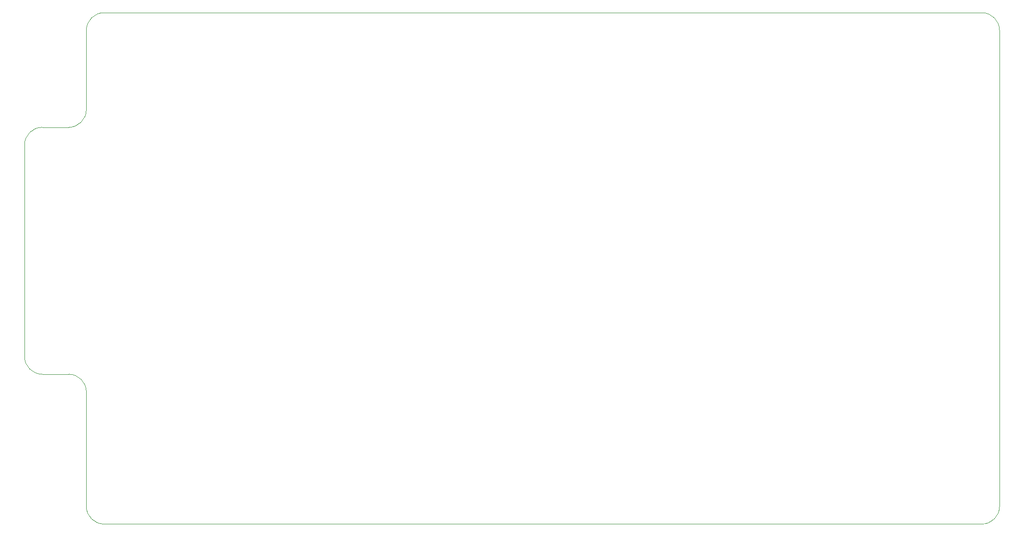
<source format=gbr>
G04 #@! TF.GenerationSoftware,KiCad,Pcbnew,(5.1.5)-3*
G04 #@! TF.CreationDate,2020-06-17T20:43:19-07:00*
G04 #@! TF.ProjectId,BMS Board,424d5320-426f-4617-9264-2e6b69636164,rev?*
G04 #@! TF.SameCoordinates,Original*
G04 #@! TF.FileFunction,Profile,NP*
%FSLAX46Y46*%
G04 Gerber Fmt 4.6, Leading zero omitted, Abs format (unit mm)*
G04 Created by KiCad (PCBNEW (5.1.5)-3) date 2020-06-17 20:43:19*
%MOMM*%
%LPD*%
G04 APERTURE LIST*
%ADD10C,0.050000*%
G04 APERTURE END LIST*
D10*
X297497500Y-341312500D02*
X297497500Y-427037500D01*
X133350000Y-406400000D02*
X133350000Y-427037500D01*
X125412500Y-403225000D02*
X130175000Y-403225000D01*
X130175000Y-358775000D02*
X125412500Y-358775000D01*
X133350000Y-341312500D02*
X133350000Y-355600000D01*
X133350000Y-355600000D02*
G75*
G02X130175000Y-358775000I-3175000J0D01*
G01*
X122237500Y-361950000D02*
G75*
G02X125412500Y-358775000I3175000J0D01*
G01*
X130175000Y-403225000D02*
G75*
G02X133350000Y-406400000I0J-3175000D01*
G01*
X125412500Y-403225000D02*
G75*
G02X122237500Y-400050000I0J3175000D01*
G01*
X297497500Y-427037500D02*
G75*
G02X294322500Y-430212500I-3175000J0D01*
G01*
X136525000Y-430212500D02*
G75*
G02X133350000Y-427037500I0J3175000D01*
G01*
X294322500Y-338137500D02*
G75*
G02X297497500Y-341312500I0J-3175000D01*
G01*
X133350000Y-341312500D02*
G75*
G02X136525000Y-338137500I3175000J0D01*
G01*
X294322500Y-430212500D02*
X136525000Y-430212500D01*
X136525000Y-338137500D02*
X294322500Y-338137500D01*
X122237500Y-400050000D02*
X122237500Y-361950000D01*
M02*

</source>
